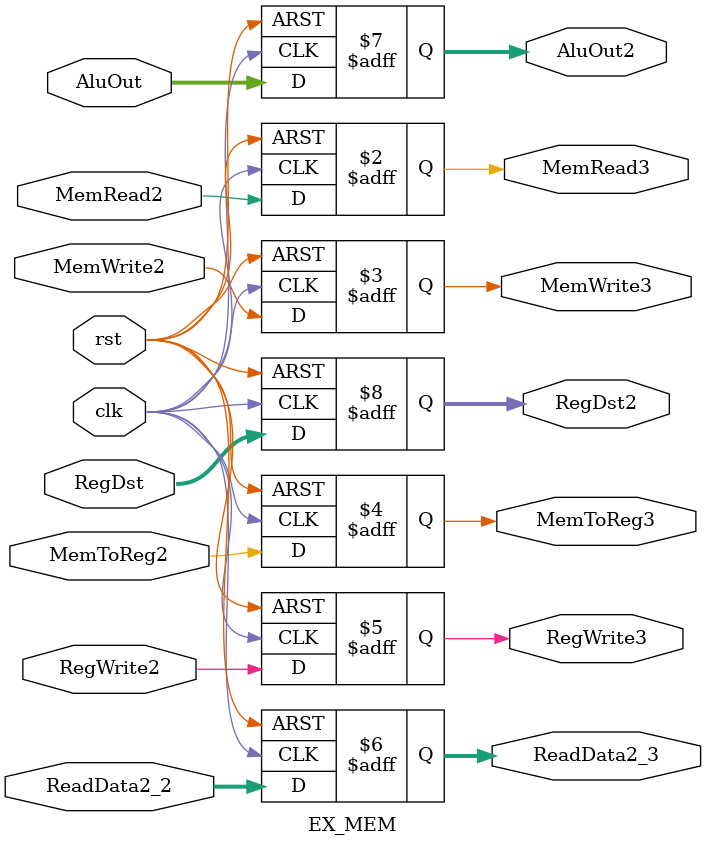
<source format=v>
module EX_MEM(input clk, rst, input MemRead2, MemWrite2,input MemToReg2, RegWrite2, input [7:0] ReadData2_2, input [7:0] AluOut, input [2:0] RegDst,
              output reg MemRead3, MemWrite3,output reg MemToReg3, RegWrite3, output reg [7:0] ReadData2_3, output reg[7:0] AluOut2, output reg [2:0] RegDst2);
  always@(posedge clk, posedge rst)
  begin
    if(rst) begin
      MemRead3 <= 1'b0;
      MemWrite3 <= 1'b0;
      MemToReg3 <= 1'b0;
      RegWrite3 <= 1'b0;
      ReadData2_3 <= 8'b0;
      AluOut2 <= 8'b0;
      RegDst2 <= 2'b0;
    end
    else if(clk) begin
      MemRead3 <= MemRead2;
      MemWrite3 <= MemWrite2;
      MemToReg3 <= MemToReg2;
      RegWrite3 <= RegWrite2;
      ReadData2_3 <= ReadData2_2;
      AluOut2 <= AluOut;
      RegDst2 <= RegDst;
    end
    else begin 
      MemRead3 <= MemRead3;
      MemWrite3 <= MemWrite3;
      MemToReg3 <= MemToReg3;
      RegWrite3 <= RegWrite3;
      ReadData2_3 <= ReadData2_3;
      AluOut2 <= AluOut2;
      RegDst2 <= RegDst2;
    end
  end
  
endmodule 



</source>
